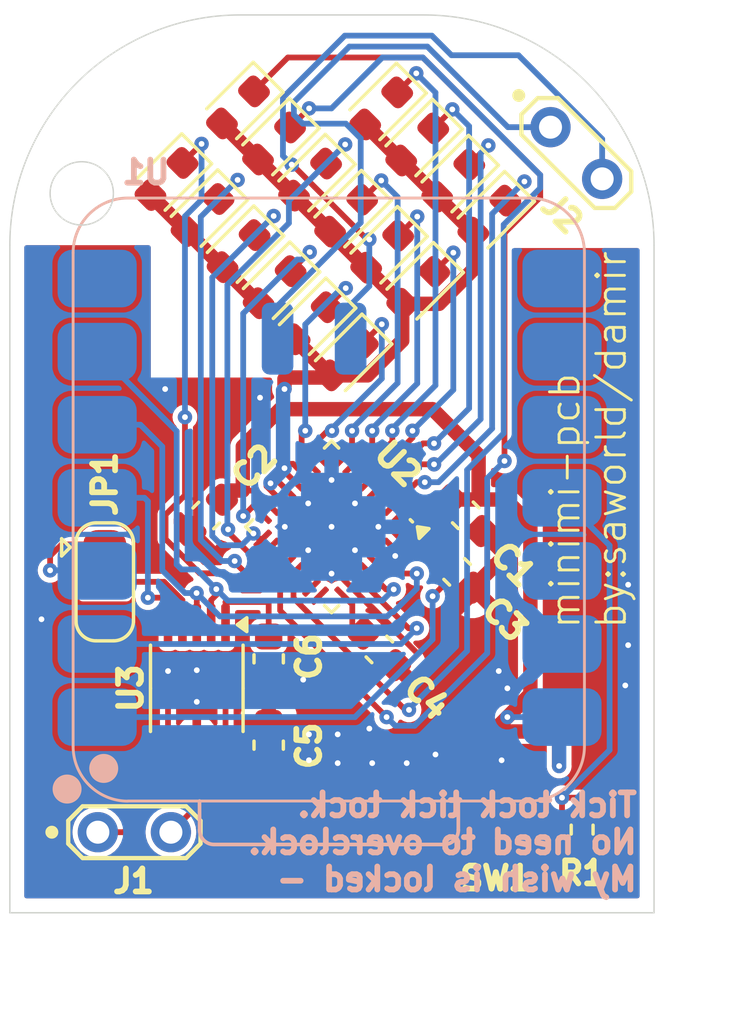
<source format=kicad_pcb>
(kicad_pcb (version 20240108) (generator "pcbnew") (generator_version "8.0")
  (layers (0 "F.Cu" power) (31 "B.Cu" power) (34 "B.Paste" user) (35 "F.Paste" user) (36 "B.SilkS" user "B.Silkscreen") (37 "F.SilkS" user "F.Silkscreen") (38 "B.Mask" user) (39 "F.Mask" user) (44 "Edge.Cuts" user))
  (net 0 "")
  (net 1 "GND")
  (net 2 "+5V")
  (net 3 "/LED-BLOCK/LED_EN")
  (net 4 "/LED-BLOCK/VCAP")
  (net 5 "/HB-MOTOR-BLOCK/REG")
  (net 6 "/LED-BLOCK/LEDS0")
  (net 7 "/LED-BLOCK/SW0")
  (net 8 "/LED-BLOCK/LEDS1")
  (net 9 "/LED-BLOCK/LEDS2")
  (net 10 "/LED-BLOCK/LEDS3")
  (net 11 "/LED-BLOCK/LEDS4")
  (net 12 "/LED-BLOCK/LEDS5")
  (net 13 "/LED-BLOCK/LEDS6")
  (net 14 "/LED-BLOCK/LEDS7")
  (net 15 "/LED-BLOCK/LEDS8")
  (net 16 "/LED-BLOCK/LEDS9")
  (net 17 "/LED-BLOCK/LEDS10")
  (net 18 "/LED-BLOCK/LEDS11")
  (net 19 "/LED-BLOCK/LEDS12")
  (net 20 "/LED-BLOCK/LEDS13")
  (net 21 "/LED-BLOCK/LEDS14")
  (net 22 "/LED-BLOCK/LEDS15")
  (net 23 "Net-(J1-Pin_2)")
  (net 24 "Net-(J1-Pin_1)")
  (net 25 "Net-(JP1-C)")
  (net 26 "/HB-MOTOR-BLOCK/IN{slash}TRIG")
  (net 30 "/LED-BLOCK/VSYNC")
  (net 31 "/HB-MOTOR-BLOCK/SDA")
  (net 32 "/HB-MOTOR-BLOCK/SCL")
  (net 34 "+3.3V")
  (net 35 "/HB-MOTOR-BLOCK/MOTOR_EN")
  (net 38 "Net-(U1-PA6_A10_D10_MOSI)")
  (net 40 "Net-(J2-Pin_1)")
  (net 41 "Net-(J2-Pin_2)")
  (footprint "Capacitor_SMD:C_0603_1608Metric" (layer "F.Cu") (at 139.448008 40.848008 -45)
    (property "Reference" "C4")
    (property "Value" "1uF 16V X7R")
  )
  (footprint "LED_SMD:LED_0603_1608Metric" (layer "F.Cu") (at 134.553153 27.006847 -135)
    (property "Reference" "D11" (hide yes))
    (property "Value" "LED")
  )
  (footprint "Capacitor_SMD:C_0603_1608Metric" (layer "F.Cu") (at 133.427513 36.194384 -135)
    (property "Reference" "C2")
    (property "Value" "1uF 16V X7R")
  )
  (footprint "Package_DFN_QFN:VQFN-32-1EP_4x4mm_P0.4mm_EP2.8x2.8mm_ThermalVias" (layer "F.Cu") (at 137.786827 36.586827 -135)
    (property "Reference" "U2")
    (property "Value" "LP5861")
  )
  (footprint "LED_SMD:LED_0603_1608Metric" (layer "F.Cu") (at 137.039794 24.5202 -135)
    (property "Reference" "D12" (hide yes))
    (property "Value" "LED")
  )
  (footprint "Capacitor_SMD:C_0603_1608Metric" (layer "F.Cu") (at 142.151992 38.153069 -45)
    (property "Reference" "C3")
    (property "Value" "1uF 16V X7R")
  )
  (footprint "LED_SMD:LED_0603_1608Metric" (layer "F.Cu") (at 140.765795 23.301263 -135)
    (property "Reference" "D3" (hide yes))
    (property "Value" "LED")
  )
  (footprint "Package_SO:VSSOP-10_3x3mm_P0.5mm" (layer "F.Cu") (at 133.099999 42.2 -90)
    (property "Reference" "U3")
    (property "Value" "DRV2605LDGS")
  )
  (footprint "LED_SMD:LED_0603_1608Metric" (layer "F.Cu") (at 138.313747 30.767441 -135)
    (property "Reference" "D8" (hide yes))
    (property "Value" "LED")
  )
  (footprint "LED_SMD:LED_0603_1608Metric" (layer "F.Cu") (at 140.800389 28.280791 -135)
    (property "Reference" "D4" (hide yes))
    (property "Value" "LED")
  )
  (footprint "LED_SMD:LED_0603_1608Metric" (layer "F.Cu") (at 137.060211 29.513904 -135)
    (property "Reference" "D9" (hide yes))
    (property "Value" "LED")
  )
  (footprint "LED_SMD:LED_0603_1608Metric" (layer "F.Cu") (at 134.532734 22.01314 -135)
    (property "Reference" "D15" (hide yes))
    (property "Value" "LED")
  )
  (footprint "LED_SMD:LED_0603_1608Metric" (layer "F.Cu") (at 138.293326 25.773732 -135)
    (property "Reference" "D7" (hide yes))
    (property "Value" "LED")
  )
  (footprint "LED_SMD:LED_0603_1608Metric" (layer "F.Cu") (at 133.299619 25.753313 -135)
    (property "Reference" "D13" (hide yes))
    (property "Value" "LED")
  )
  (footprint "LED_SMD:LED_0603_1608Metric" (layer "F.Cu") (at 132.046089 24.499785 -135)
    (property "Reference" "D14" (hide yes))
    (property "Value" "LED")
  )
  (footprint "LED_SMD:LED_0603_1608Metric" (layer "F.Cu") (at 139.512262 22.047734 -135)
    (property "Reference" "D5" (hide yes))
    (property "Value" "LED")
  )
  (footprint "LED_SMD:LED_0603_1608Metric" (layer "F.Cu") (at 139.546855 27.027262 -135)
    (property "Reference" "D6" (hide yes))
    (property "Value" "LED")
  )
  (footprint "Library:B3U1100PB" (layer "F.Cu") (at 143.5 47.3 180)
    (property "Reference" "SW1")
    (property "Value" "B3U-1100P-B")
  )
  (footprint "Jumper:SolderJumper-3_P1.3mm_Bridged12_RoundedPad1.0x1.5mm" (layer "F.Cu") (at 129.9 38.5 -90)
    (property "Reference" "JP1")
    (property "Value" "Jumper_3_Bridged12")
  )
  (footprint "Resistor_SMD:R_0402_1005Metric" (layer "F.Cu") (at 146.5 47.109999 -90)
    (property "Reference" "R1")
    (property "Value" "10K 1/16W 0402")
  )
  (footprint "TestPoint:TestPoint_2Pads_Pitch2.54mm_Drill0.8mm" (layer "F.Cu") (at 129.66 47.2)
    (property "Reference" "J1")
    (property "Value" "Conn_01x02")
  )
  (footprint "Capacitor_SMD:C_0603_1608Metric" (layer "F.Cu") (at 135.6 44.175 90)
    (property "Reference" "C5")
    (property "Value" "1uF 16V X7R")
  )
  (footprint "TestPoint:TestPoint_2Pads_Pitch2.54mm_Drill0.8mm" (layer "F.Cu") (at 147.196051 24.496051 135)
    (property "Reference" "J2")
    (property "Value" "Conn_01x02")
  )
  (footprint "Capacitor_SMD:C_0603_1608Metric" (layer "F.Cu") (at 135.6 41.175 -90)
    (property "Reference" "C6")
    (property "Value" "1uF 16V X7R")
  )
  (footprint "LED_SMD:LED_0603_1608Metric" (layer "F.Cu") (at 142.019328 24.554793 -135)
    (property "Reference" "D2" (hide yes))
    (property "Value" "LED")
  )
  (footprint "LED_SMD:LED_0603_1608Metric" (layer "F.Cu") (at 135.806681 28.260377 -135)
    (property "Reference" "D10" (hide yes))
    (property "Value" "LED")
  )
  (footprint "LED_SMD:LED_0603_1608Metric" (layer "F.Cu") (at 135.786262 23.266668 -135)
    (property "Reference" "D16" (hide yes))
    (property "Value" "LED")
  )
  (footprint "LED_SMD:LED_0603_1608Metric" (layer "F.Cu") (at 143.272856 25.808325 -135)
    (property "Reference" "D1" (hide yes))
    (property "Value" "LED")
  )
  (footprint "Capacitor_SMD:C_0603_1608Metric" (layer "F.Cu") (at 142.451992 36.187312 -45)
    (property "Reference" "C1")
    (property "Value" "1uF 16V X7R")
  )
  (footprint "OPL_Kicad_Library:XIAO-ESP32-C6-SMD" (layer "B.Cu") (at 137.9166 35.601501)
    (property "Reference" "U1")
    (property "Value" "Seeed Studio XIAO ESP32C6")
  )
  (gr_line (start 149 50) (end 149 26.8) (stroke (width 0.05)) (layer "Edge.Cuts"))
  (gr_line (start 126.6 50) (end 149 50) (stroke (width 0.05)) (layer "Edge.Cuts"))
  (gr_arc (start 126.6 26.8) (mid 128.943146 21.143146) (end 134.6 18.8) (stroke (width 0.05)) (layer "Edge.Cuts"))
  (gr_line (start 134.6 18.8) (end 141 18.8) (stroke (width 0.05)) (layer "Edge.Cuts"))
  (gr_circle (center 129.1 25) (end 129.1 23.9) (stroke (width 0.05)) (fill none) (layer "Edge.Cuts"))
  (gr_arc (start 141 18.8) (mid 146.656854 21.143146) (end 149 26.8) (stroke (width 0.05)) (layer "Edge.Cuts"))
  (gr_line (start 126.6 26.8) (end 126.6 50) (stroke (width 0.05)) (layer "Edge.Cuts"))
  (gr_text "Tick tock tick tock.\nNo need to overclock.\nMy wish is locked -" (at 148.5 49.3 0) (layer "B.SilkS") (effects (font (size 0.8 0.8) (thickness 0.2)) (justify left bottom mirror)))
  (gr_text "minimi-pcb\nby:saworld/damir" (at 148.1 40.2 90) (layer "F.SilkS") (effects (font (size 1 1) (thickness 0.1)) (justify left bottom)))
  (segment (start 134.037401 41.9) (end 135.55 41.9) (width 0.2) (layer "F.Cu") (net 1))
  (segment (start 141.25 40.55) (end 142.7 39.1) (width 0.2) (layer "F.Cu") (net 1))
  (segment (start 132 31.8) (end 132.462351 31.8) (width 0.2) (layer "F.Cu") (net 1))
  (segment (start 140.792893 41.007107) (end 141.25 40.55) (width 0.2) (layer "F.Cu") (net 1))
  (segment (start 129.9 39.8) (end 127.7 39.8) (width 0.2) (layer "F.Cu") (net 1))
  (segment (start 132.462351 31.8) (end 133.21863 32.556279) (width 0.2) (layer "F.Cu") (net 1))
  (segment (start 133.674909 32.1) (end 133.21863 32.556279) (width 0.2) (layer "F.Cu") (net 1))
  (segment (start 143.2 38.1) (end 143.2 36.93532) (width 0.2) (layer "F.Cu") (net 1))
  (segment (start 138.485095 38.699309) (end 137.998959 38.213173) (width 0.2) (layer "F.Cu") (net 1))
  (segment (start 139.996016 41.396016) (end 140.403984 41.396016) (width 0.2) (layer "F.Cu") (net 1))
  (segment (start 133.1 41.57) (end 133.707401 41.57) (width 0.2) (layer "F.Cu") (net 1))
  (segment (start 133.06863 36.553267) (end 132.879505 36.742392) (width 0.2) (layer "F.Cu") (net 1))
  (segment (start 138.485095 38.699309) (end 140.792893 41.007107) (width 0.2) (layer "F.Cu") (net 1))
  (segment (start 135.3 32.1) (end 133.674909 32.1) (width 0.2) (layer "F.Cu") (net 1))
  (segment (start 133.06863 33.145347) (end 133.06863 36.553267) (width 0.2) (layer "F.Cu") (net 1))
  (segment (start 133.21863 32.995347) (end 133.06863 33.145347) (width 0.2) (layer "F.Cu") (net 1))
  (segment (start 133.099999 42.670001) (end 133.1 42.67) (width 0.2) (layer "F.Cu") (net 1))
  (segment (start 142.7 38.701077) (end 142.7 38.6) (width 0.2) (layer "F.Cu") (net 1))
  (segment (start 133.099999 44.4) (end 133.099999 42.670001) (width 0.2) (layer "F.Cu") (net 1))
  (segment (start 143.2 36.93532) (end 143 36.73532) (width 0.2) (layer "F.Cu") (net 1))
  (segment (start 142.7 38.6) (end 143.2 38.1) (width 0.2) (layer "F.Cu") (net 1))
  (segment (start 137.998959 38.213173) (end 137.786827 38.213173) (width 0.2) (layer "F.Cu") (net 1))
  (segment (start 139.967938 37.567938) (end 139.616466 37.567938) (width 0.2) (layer "F.Cu") (net 1))
  (segment (start 142.7 39.1) (end 142.7 38.701077) (width 0.2) (layer "F.Cu") (net 1))
  (segment (start 133.707401 41.57) (end 134.037401 41.9) (width 0.2) (layer "F.Cu") (net 1))
  (segment (start 140.403984 41.396016) (end 141.25 40.55) (width 0.2) (layer "F.Cu") (net 1))
  (segment (start 133.21863 32.556279) (end 133.21863 32.995347) (width 0.2) (layer "F.Cu") (net 1))
  (segment (start 135.55 41.9) (end 135.6 41.95) (width 0.2) (layer "F.Cu") (net 1))
  (segment (start 140 37.6) (end 139.967938 37.567938) (width 0.2) (layer "F.Cu") (net 1))
  (via (at 141.4 44.5) (size 0.5) (drill 0.2) (layers "F.Cu" "B.Cu") (net 1))
  (via (at 143.9 42.2) (size 0.5) (drill 0.2) (layers "F.Cu" "B.Cu") (net 1))
  (via (at 133.1 42.67) (size 0.5) (drill 0.2) (layers "F.Cu" "B.Cu") (net 1))
  (via (at 132 31.8) (size 0.5) (drill 0.2) (layers "F.Cu" "B.Cu") (net 1))
  (via (at 148 42.1) (size 0.5) (drill 0.2) (layers "F.Cu" "B.Cu") (net 1))
  (via (at 138 44.8) (size 0.5) (drill 0.2) (layers "F.Cu" "B.Cu") (net 1))
  (via (at 132.1 41.6) (size 0.5) (drill 0.2) (layers "F.Cu" "B.Cu") (net 1))
  (via (at 137 44.7) (size 0.5) (drill 0.2) (layers "F.Cu" "B.Cu") (net 1))
  (via (at 138 43.8) (size 0.5) (drill 0.2) (layers "F.Cu" "B.Cu") (net 1))
  (via (at 137 43.8) (size 0.5) (drill 0.2) (layers "F.Cu" "B.Cu") (net 1))
  (via (at 143.7 44.7) (size 0.5) (drill 0.2) (layers "F.Cu" "B.Cu") (net 1))
  (via (at 140.4 44.8) (size 0.5) (drill 0.2) (layers "F.Cu" "B.Cu") (net 1))
  (via (at 143.6 41.6) (size 0.5) (drill 0.2) (layers "F.Cu" "B.Cu") (net 1))
  (via (at 136.8 41.9) (size 0.5) (drill 0.2) (layers "F.Cu" "B.Cu") (net 1))
  (via (at 139.1 43.6) (size 0.5) (drill 0.2) (layers "F.Cu" "B.Cu") (net 1))
  (via (at 148.1 40.7) (size 0.5) (drill 0.2) (layers "F.Cu" "B.Cu") (net 1))
  (via (at 133.1 41.57) (size 0.5) (drill 0.2) (layers "F.Cu" "B.Cu") (net 1))
  (via (at 135.3 32.1) (size 0.5) (drill 0.2) (layers "F.Cu" "B.Cu") (net 1))
  (via (at 127.7 39.8) (size 0.5) (drill 0.2) (layers "F.Cu" "B.Cu") (net 1))
  (via (at 148.1 38.6) (size 0.5) (drill 0.2) (layers "F.Cu" "B.Cu") (net 1))
  (via (at 139.2 44.8) (size 0.5) (drill 0.2) (layers "F.Cu" "B.Cu") (net 1))
  (via (at 140 37.6) (size 0.5) (drill 0.2) (layers "F.Cu" "B.Cu") (net 1))
  (segment (start 133.1 42.67) (end 133.1 41.57) (width 0.2) (layer "B.Cu") (net 1))
  (segment (start 145.7 43.7) (end 143.5 43.7) (width 0.5) (layer "F.Cu") (net 2))
  (segment (start 142.9 34.1) (end 141.3 32.5) (width 0.5) (layer "F.Cu") (net 2))
  (segment (start 136 32.5) (end 134.7 33.8) (width 0.5) (layer "F.Cu") (net 2))
  (segment (start 132.099999 44.4) (end 132.099999 42.500001) (width 0.2) (layer "F.Cu") (net 2))
  (segment (start 143.839304 35.639304) (end 142.9 35.639304) (width 0.5) (layer "F.Cu") (net 2))
  (segment (start 141.4 47) (end 141.7 47.3) (width 0.2) (layer "F.Cu") (net 2))
  (segment (start 141.1 45.7) (end 141.4 45.7) (width 0.5) (layer "F.Cu") (net 2))
  (segment (start 143.5 43.6) (end 143.9 43.2) (width 0.5) (layer "F.Cu") (net 2))
  (segment (start 144.7 42.4) (end 144.7 36.5) (width 0.5) (layer "F.Cu") (net 2))
  (segment (start 143.9 43.2) (end 144.7 42.4) (width 0.5) (layer "F.Cu") (net 2))
  (segment (start 141.7 47.3) (end 142.1 47.3) (width 0.2) (layer "F.Cu") (net 2))
  (segment (start 143.4 43.7) (end 143.5 43.7) (width 0.5) (layer "F.Cu") (net 2))
  (segment (start 132.099999 42.500001) (end 132.5 42.1) (width 0.2) (layer "F.Cu") (net 2))
  (segment (start 134.7 33.8) (end 134.7 35.328178) (width 0.5) (layer "F.Cu") (net 2))
  (segment (start 141.3 32.5) (end 136 32.5) (width 0.5) (layer "F.Cu") (net 2))
  (segment (start 145.7 44.9) (end 145.7 43.7) (width 0.5) (layer "F.Cu") (net 2))
  (segment (start 140.753553 35.6) (end 141.551756 35.6) (width 0.2) (layer "F.Cu") (net 2))
  (segment (start 141.4 45.7) (end 143.4 43.7) (width 0.5) (layer "F.Cu") (net 2))
  (segment (start 135.113963 35.328178) (end 134.7 35.328178) (width 0.2) (layer "F.Cu") (net 2))
  (segment (start 134.7 35.328178) (end 134.293719 35.328178) (width 0.5) (layer "F.Cu") (net 2))
  (segment (start 144.7 36.5) (end 143.839304 35.639304) (width 0.5) (layer "F.Cu") (net 2))
  (segment (start 141.4 45.7) (end 141.4 47) (width 0.2) (layer "F.Cu") (net 2))
  (segment (start 134.099999 42.499999) (end 134.099999 44.4) (width 0.2) (layer "F.Cu") (net 2))
  (segment (start 132.5 42.1) (end 133.7 42.1) (width 0.2) (layer "F.Cu") (net 2))
  (segment (start 140.182151 36.171402) (end 140.753553 35.6) (width 0.2) (layer "F.Cu") (net 2))
  (segment (start 134.099999 45.499999) (end 134.099999 44.4) (width 0.3) (layer "F.Cu") (net 2))
  (segment (start 142.9 35.639304) (end 142.9 34.1) (width 0.5) (layer "F.Cu") (net 2))
  (segment (start 135.6 45.6) (end 135.6 45.4) (width 0.5) (layer "F.Cu") (net 2))
  (segment (start 141.551756 35.6) (end 141.591061 35.639305) (width 0.2) (layer "F.Cu") (net 2))
  (segment (start 143.5 43.7) (end 143.5 43.6) (width 0.5) (layer "F.Cu") (net 2))
  (segment (start 134.293719 35.328178) (end 133.975521 35.646376) (width 0.5) (layer "F.Cu") (net 2))
  (segment (start 142.9 35.639304) (end 141.903984 35.639304) (width 0.5) (layer "F.Cu") (net 2))
  (segment (start 135.7 45.7) (end 141.1 45.7) (width 0.5) (layer "F.Cu") (net 2))
  (segment (start 135.6 44.95) (end 135.6 45.4) (width 0.2) (layer "F.Cu") (net 2))
  (segment (start 135.674345 35.88856) (end 135.113963 35.328178) (width 0.2) (layer "F.Cu") (net 2))
  (segment (start 133.7 42.1) (end 134.099999 42.499999) (width 0.2) (layer "F.Cu") (net 2))
  (segment (start 135.7 45.7) (end 134.3 45.7) (width 0.3) (layer "F.Cu") (net 2))
  (segment (start 134.3 45.7) (end 134.099999 45.499999) (width 0.3) (layer "F.Cu") (net 2))
  (via (at 143.9 43.2) (size 0.5) (drill 0.2) (layers "F.Cu" "B.Cu") (net 2))
  (via (at 145.7 44.9) (size 0.5) (drill 0.2) (layers "F.Cu" "B.Cu") (net 2))
  (segment (start 145.8 43.2) (end 143.9 43.2) (width 0.2) (layer "B.Cu") (net 2))
  (segment (start 145.7 43.3) (end 145.8 43.2) (width 0.5) (layer "B.Cu") (net 2))
  (segment (start 145.7 44.9) (end 145.7 43.3) (width 0.5) (layer "B.Cu") (net 2))
  (segment (start 141.603984 38.696016) (end 141.603984 37.716979) (width 0.2) (layer "F.Cu") (net 3))
  (segment (start 141.603984 37.716979) (end 141.492066 37.605061) (width 0.2) (layer "F.Cu") (net 3))
  (segment (start 141.187004 37.3) (end 141.492066 37.605062) (width 0.2) (layer "F.Cu") (net 3))
  (segment (start 140.479897 37.3) (end 141.187004 37.3) (width 0.2) (layer "F.Cu") (net 3))
  (segment (start 141.3 39) (end 141.603984 38.696016) (width 0.2) (layer "F.Cu") (net 3))
  (segment (start 140.182151 37.002254) (end 140.479897 37.3) (width 0.2) (layer "F.Cu") (net 3))
  (via (at 141.3 39) (size 0.5) (drill 0.2) (layers "F.Cu" "B.Cu") (net 3))
  (segment (start 141.3 40.5) (end 138.6 43.2) (width 0.2) (layer "B.Cu") (net 3))
  (segment (start 138.6 43.2) (end 129.635 43.2) (width 0.2) (layer "B.Cu") (net 3))
  (segment (start 141.3 39) (end 141.3 40.5) (width 0.2) (layer "B.Cu") (net 3))
  (segment (start 138.202252 38.982153) (end 138.508075 39.287976) (width 0.2) (layer "F.Cu") (net 4))
  (segment (start 138.508075 39.995082) (end 138.797989 40.284996) (width 0.2) (layer "F.Cu") (net 4))
  (segment (start 138.508075 39.287976) (end 138.508075 39.995082) (width 0.2) (layer "F.Cu") (net 4))
  (segment (start 134.099999 39.200001) (end 134.1 39.2) (width 0.2) (layer "F.Cu") (net 5))
  (segment (start 135.6 39.2) (end 135.6 40.4) (width 0.2) (layer "F.Cu") (net 5))
  (segment (start 134.1 39.2) (end 135.6 39.2) (width 0.2) (layer "F.Cu") (net 5))
  (segment (start 134.099999 40) (end 134.099999 39.200001) (width 0.2) (layer "F.Cu") (net 5))
  (segment (start 135.6 40.4) (end 135.5 40.5) (width 0.2) (layer "F.Cu") (net 5))
  (segment (start 141.028786 35.037725) (end 140.750143 35.037725) (width 0.2) (layer "F.Cu") (net 6))
  (segment (start 144.492614 24.588567) (end 143.829703 25.251478) (width 0.2) (layer "F.Cu") (net 6))
  (segment (start 140.750143 35.037725) (end 139.899309 35.888559) (width 0.2) (layer "F.Cu") (net 6))
  (via (at 144.492614 24.588567) (size 0.5) (drill 0.2) (layers "F.Cu" "B.Cu") (net 6))
  (via (at 141.028786 35.037725) (size 0.5) (drill 0.2) (layers "F.Cu" "B.Cu") (net 6))
  (segment (start 141.505867 35.037725) (end 143.370147 33.173445) (width 0.2) (layer "B.Cu") (net 6))
  (segment (start 143.370147 25.711034) (end 144.492614 24.588567) (width 0.2) (layer "B.Cu") (net 6))
  (segment (start 141.028786 35.037725) (end 141.505867 35.037725) (width 0.2) (layer "B.Cu") (net 6))
  (segment (start 143.370147 33.173445) (end 143.370147 25.711034) (width 0.2) (layer "B.Cu") (net 6))
  (segment (start 136.448528 34.4) (end 136.2 34.4) (width 0.2) (layer "F.Cu") (net 7))
  (segment (start 138.990008 27.584108) (end 137.736479 26.330579) (width 0.5) (layer "F.Cu") (net 7))
  (segment (start 135.249834 28.817222) (end 133.996306 27.563694) (width 0.5) (layer "F.Cu") (net 7))
  (segment (start 136.15 31.8) (end 136.15 31.45) (width 0.5) (layer "F.Cu") (net 7))
  (segment (start 136.503361 30.070751) (end 135.249834 28.817224) (width 0.5) (layer "F.Cu") (net 7))
  (segment (start 132.74277 26.31016) (end 131.489242 25.056632) (width 0.5) (layer "F.Cu") (net 7))
  (segment (start 137.7569 31.324288) (end 139.036764 31.324288) (width 0.5) (layer "F.Cu") (net 7))
  (segment (start 135.229415 23.823515) (end 133.975887 22.569987) (width 0.5) (layer "F.Cu") (net 7))
  (segment (start 140.243542 28.837638) (end 141.523406 28.837638) (width 0.5) (layer "F.Cu") (net 7))
  (segment (start 140.208948 23.85811) (end 140.208944 23.85811) (width 0.5) (layer "F.Cu") (net 7))
  (segment (start 141.523406 28.837638) (end 142.716009 27.645035) (width 0.5) (layer "F.Cu") (net 7))
  (segment (start 135.525735 35.174264) (end 135.563964 35.174264) (width 0.2) (layer "F.Cu") (net 7))
  (segment (start 136.805716 34.757188) (end 136.448528 34.4) (width 0.2) (layer "F.Cu") (net 7))
  (segment (start 138.990008 27.584109) (end 138.990008 27.584108) (width 0.5) (layer "F.Cu") (net 7))
  (segment (start 136.522874 35.040031) (end 136.05 34.567157) (width 0.2) (layer "F.Cu") (net 7))
  (segment (start 137.7569 31.324288) (end 137.7569 31.324287) (width 0.5) (layer "F.Cu") (net 7))
  (segment (start 140.243542 28.837638) (end 140.243537 28.837638) (width 0.5) (layer "F.Cu") (net 7))
  (segment (start 142.716009 26.365172) (end 142.716009 26.365171) (width 0.5) (layer "F.Cu") (net 7))
  (segment (start 137.681188 31.4) (end 137.7569 31.324288) (width 0.5) (layer "F.Cu") (net 7))
  (segment (start 133.996306 27.563694) (end 132.742772 26.31016) (width 0.5) (layer "F.Cu") (net 7))
  (segment (start 136.2 31.4) (end 137.681188 31.4) (width 0.5) (layer "F.Cu") (net 7))
  (segment (start 135.525735 35.174264) (end 135.957187 35.605716) (width 0.2) (layer "F.Cu") (net 7))
  (segment (start 136.482947 25.077047) (end 135.229415 23.823515) (width 0.5) (layer "F.Cu") (net 7))
  (segment (start 135.525735 35.074265) (end 135.525735 35.174264) (width 0.2) (layer "F.Cu") (net 7))
  (segment (start 140.208944 23.85811) (end 138.955415 22.604581) (width 0.5) (layer "F.Cu") (net 7))
  (segment (start 137.736479 26.330579) (end 136.482947 25.077047) (width 0.5) (layer "F.Cu") (net 7))
  (segment (start 136.15 31.45) (end 136.2 31.4) (width 0.5) (layer "F.Cu") (net 7))
  (segment (start 136.2 34.4) (end 136.05 34.55) (width 0.2) (layer "F.Cu") (net 7))
  (segment (start 135.563964 35.174264) (end 135.663963 35.074265) (width 0.2) (layer "F.Cu") (net 7))
  (segment (start 137.7569 31.324287) (end 136.503364 30.070751) (width 0.5) (layer "F.Cu") (net 7))
  (segment (start 140.243542 30.11751) (end 140.243542 28.837638) (width 0.5) (layer "F.Cu") (net 7))
  (segment (start 136.05 34.567157) (end 136.05 34.55) (width 0.2) (layer "F.Cu") (net 7))
  (segment (start 142.716009 27.645035) (end 142.716009 26.365172) (width 0.5) (layer "F.Cu") (net 7))
  (segment (start 136.503364 30.070751) (end 136.503361 30.070751) (width 0.5) (layer "F.Cu") (net 7))
  (segment (start 139.036764 31.324288) (end 140.243542 30.11751) (width 0.5) (layer "F.Cu") (net 7))
  (segment (start 142.716009 26.365171) (end 140.208948 23.85811) (width 0.5) (layer "F.Cu") (net 7))
  (segment (start 136.240031 35.322874) (end 135.767157 34.85) (width 0.2) (layer "F.Cu") (net 7))
  (segment (start 135.957187 35.605716) (end 135.957188 35.605716) (width 0.2) (layer "F.Cu") (net 7))
  (segment (start 140.243537 28.837638) (end 138.990008 27.584109) (width 0.5) (layer "F.Cu") (net 7))
  (segment (start 135.75 34.85) (end 135.525735 35.074265) (width 0.2) (layer "F.Cu") (net 7))
  (segment (start 135.767157 34.85) (end 135.75 34.85) (width 0.2) (layer "F.Cu") (net 7))
  (segment (start 135.249834 28.817224) (end 135.249834 28.817222) (width 0.5) (layer "F.Cu") (net 7))
  (segment (start 132.742772 26.31016) (end 132.74277 26.31016) (width 0.5) (layer "F.Cu") (net 7))
  (via (at 135.663963 35.074265) (size 0.5) (drill 0.2) (layers "F.Cu" "B.Cu") (net 7))
  (via (at 136.15 34.55) (size 0.5) (drill 0.2) (layers "F.Cu" "B.Cu") (net 7))
  (via (at 136.15 31.8) (size 0.5) (drill 0.2) (layers "F.Cu" "B.Cu") (net 7))
  (segment (start 135.663963 35.074265) (end 135.663963 35.036037) (width 0.2) (layer "B.Cu") (net 7))
  (segment (start 136.15 31.8) (end 136.1 31.85) (width 0.5) (layer "B.Cu") (net 7))
  (segment (start 135.663963 35.036037) (end 136.15 34.55) (width 0.5) (layer "B.Cu") (net 7))
  (segment (start 136.1 34.5) (end 136.15 34.55) (width 0.3) (layer "B.Cu") (net 7))
  (segment (start 136.1 31.85) (end 136.1 34.5) (width 0.5) (layer "B.Cu") (net 7))
  (segment (start 140.806408 34.415774) (end 139.616466 35.605716) (width 0.2) (layer "F.Cu") (net 8))
  (segment (start 139.616466 35.605716) (end 139.811091 35.411091) (width 0.2) (layer "F.Cu") (net 8))
  (segment (start 142.576175 23.997946) (end 143.239084 23.335037) (width 0.2) (layer "F.Cu") (net 8))
  (segment (start 141.35 34.415774) (end 140.806408 34.415774) (width 0.2) (layer "F.Cu") (net 8))
  (via (at 141.35 34.415774) (size 0.5) (drill 0.2) (layers "F.Cu" "B.Cu") (net 8))
  (via (at 143.239084 23.335037) (size 0.5) (drill 0.2) (layers "F.Cu" "B.Cu") (net 8))
  (segment (start 141.400953 34.415774) (end 142.970147 32.84658) (width 0.2) (layer "B.Cu") (net 8))
  (segment (start 142.970147 23.603974) (end 143.239084 23.335037) (width 0.2) (layer "B.Cu") (net 8))
  (segment (start 142.970147 32.84658) (end 142.970147 23.603974) (width 0.2) (layer "B.Cu") (net 8))
  (segment (start 141.35 34.415774) (end 141.400953 34.415774) (width 0.2) (layer "B.Cu") (net 8))
  (segment (start 140.328248 34.328248) (end 140.49106 34.165436) (width 0.2) (layer "F.Cu") (net 9))
  (segment (start 141.985553 22.081506) (end 141.322642 22.744416) (width 0.2) (layer "F.Cu") (net 9))
  (segment (start 140.328248 34.328248) (end 139.333623 35.322874) (width 0.2) (layer "F.Cu") (net 9))
  (segment (start 140.967588 33.688909) (end 140.491061 34.165436) (width 0.2) (layer "F.Cu") (net 9))
  (segment (start 140.49106 34.165436) (end 140.491061 34.165436) (width 0.2) (layer "F.Cu") (net 9))
  (segment (start 140.491061 34.165436) (end 140.328248 34.328248) (width 0.2) (layer "F.Cu") (net 9))
  (segment (start 141.35 33.688909) (end 140.967588 33.688909) (width 0.2) (layer "F.Cu") (net 9))
  (via (at 141.35 33.688909) (size 0.5) (drill 0.2) (layers "F.Cu" "B.Cu") (net 9))
  (via (at 141.985553 22.081506) (size 0.5) (drill 0.2) (layers "F.Cu" "B.Cu") (net 9))
  (segment (start 142.570147 32.468762) (end 141.35 33.688909) (width 0.2) (layer "B.Cu") (net 9))
  (segment (start 141.985553 22.081506) (end 142.570147 22.6661) (width 0.2) (layer "B.Cu") (net 9))
  (segment (start 142.570147 22.6661) (end 142.570147 32.468762) (width 0.2) (layer "B.Cu") (net 9))
  (segment (start 140.6 33.490811) (end 139.05078 35.040031) (width 0.2) (layer "F.Cu") (net 10))
  (segment (start 142.020147 27.061034) (end 141.357237 27.723944) (width 0.2) (layer "F.Cu") (net 10))
  (segment (start 140.6 33.25) (end 140.6 33.490811) (width 0.2) (layer "F.Cu") (net 10))
  (via (at 142.020147 27.061034) (size 0.5) (drill 0.2) (layers "F.Cu" "B.Cu") (net 10))
  (via (at 140.6 33.25) (size 0.5) (drill 0.2) (layers "F.Cu" "B.Cu") (net 10))
  (segment (start 140.6 33.25) (end 142.020147 31.829853) (width 0.2) (layer "B.Cu") (net 10))
  (segment (start 142.020147 31.829853) (end 142.020147 27.061034) (width 0.2) (layer "B.Cu") (net 10))
  (segment (start 139.5 34.025126) (end 138.767938 34.757188) (width 0.2) (layer "F.Cu") (net 11))
  (segment (start 140.732021 20.827974) (end 140.069109 21.490887) (width 0.2) (layer "F.Cu") (net 11))
  (segment (start 139.899997 33.625128) (end 139.5 34.025126) (width 0.2) (layer "F.Cu") (net 11))
  (segment (start 139.899997 33.25) (end 139.899997 33.625128) (width 0.2) (layer "F.Cu") (net 11))
  (via (at 140.732021 20.827974) (size 0.5) (drill 0.2) (layers "F.Cu" "B.Cu") (net 11))
  (via (at 139.899997 33.25) (size 0.5) (drill 0.2) (layers "F.Cu" "B.Cu") (net 11))
  (segment (start 141.4 31.672182) (end 139.899997 33.172185) (width 0.2) (layer "B.Cu") (net 11))
  (segment (start 139.899997 33.172185) (end 139.899997 33.25) (width 0.2) (layer "B.Cu") (net 11))
  (segment (start 141.4 21.495953) (end 141.4 31.672182) (width 0.2) (layer "B.Cu") (net 11))
  (segment (start 140.732021 20.827974) (end 141.4 21.495953) (width 0.2) (layer "B.Cu") (net 11))
  (segment (start 139.199994 33.759446) (end 138.485095 34.474345) (width 0.2) (layer "F.Cu") (net 12))
  (segment (start 140.766615 25.807502) (end 140.103702 26.470415) (width 0.2) (layer "F.Cu") (net 12))
  (segment (start 139.199994 33.25) (end 139.199994 33.759446) (width 0.2) (layer "F.Cu") (net 12))
  (via (at 139.199994 33.25) (size 0.5) (drill 0.2) (layers "F.Cu" "B.Cu") (net 12))
  (via (at 140.766615 25.807502) (size 0.5) (drill 0.2) (layers "F.Cu" "B.Cu") (net 12))
  (segment (start 139.199994 33.25) (end 139.199994 33.172185) (width 0.2) (layer "B.Cu") (net 12))
  (segment (start 139.199994 33.172185) (end 140.766615 31.605564) (width 0.2) (layer "B.Cu") (net 12))
  (segment (start 140.766615 31.605564) (end 140.766615 25.807502) (width 0.2) (layer "B.Cu") (net 12))
  (segment (start 138.202252 34.191503) (end 138.499991 33.893764) (width 0.2) (layer "F.Cu") (net 13))
  (segment (start 138.499991 33.893764) (end 138.499991 33.25) (width 0.2) (layer "F.Cu") (net 13))
  (segment (start 139.513085 24.553973) (end 138.850173 25.216885) (width 0.2) (layer "F.Cu") (net 13))
  (via (at 139.513085 24.553973) (size 0.5) (drill 0.2) (layers "F.Cu" "B.Cu") (net 13))
  (via (at 138.499991 33.25) (size 0.5) (drill 0.2) (layers "F.Cu" "B.Cu") (net 13))
  (segment (start 140.083506 25.124394) (end 139.513085 24.553973) (width 0.2) (layer "B.Cu") (net 13))
  (segment (start 138.499991 33.25) (end 138.499991 33.172185) (width 0.2) (layer "B.Cu") (net 13))
  (segment (start 140.083506 31.58867) (end 140.083506 25.124394) (width 0.2) (layer "B.Cu") (net 13))
  (segment (start 138.499991 33.172185) (end 140.083506 31.58867) (width 0.2) (layer "B.Cu") (net 13))
  (segment (start 137.65 33.25) (end 137.146419 33.753581) (width 0.2) (layer "F.Cu") (net 14))
  (segment (start 137.799988 33.25) (end 137.65 33.25) (width 0.2) (layer "F.Cu") (net 14))
  (segment (start 137.146419 33.753581) (end 137.146419 33.96652) (width 0.2) (layer "F.Cu") (net 14))
  (segment (start 139.533506 29.547682) (end 138.870594 30.210594) (width 0.2) (layer "F.Cu") (net 14))
  (segment (start 137.146419 33.96652) (end 137.371402 34.191503) (width 0.2) (layer "F.Cu") (net 14))
  (via (at 137.799988 33.25) (size 0.5) (drill 0.2) (layers "F.Cu" "B.Cu") (net 14))
  (via (at 139.533506 29.547682) (size 0.5) (drill 0.2) (layers "F.Cu" "B.Cu") (net 14))
  (segment (start 139.533506 31.438667) (end 139.533506 29.547682) (width 0.2) (layer "B.Cu") (net 14))
  (segment (start 137.799988 33.172185) (end 139.533506 31.438667) (width 0.2) (layer "B.Cu") (net 14))
  (segment (start 137.799988 33.25) (end 137.799988 33.172185) (width 0.2) (layer "B.Cu") (net 14))
  (segment (start 137.088559 34.474345) (end 137.107107 34.492893) (width 0.2) (layer "F.Cu") (net 15))
  (segment (start 136.872183 33.25) (end 136.746419 33.375764) (width 0.2) (layer "F.Cu") (net 15))
  (segment (start 136.746419 34.132206) (end 136.971402 34.357189) (width 0.2) (layer "F.Cu") (net 15))
  (segment (start 136.746419 33.375764) (end 136.746419 34.132206) (width 0.2) (layer "F.Cu") (net 15))
  (segment (start 136.971402 34.357189) (end 137.088559 34.474345) (width 0.2) (layer "F.Cu") (net 15))
  (segment (start 138.279968 28.294147) (end 137.617058 28.957057) (width 0.2) (layer "F.Cu") (net 15))
  (via (at 138.279968 28.294147) (size 0.5) (drill 0.2) (layers "F.Cu" "B.Cu") (net 15))
  (via (at 136.872183 33.25) (size 0.5) (drill 0.2) (layers "F.Cu" "B.Cu") (net 15))
  (segment (start 136.872183 29.553926) (end 138.131962 28.294147) (width 0.2) (layer "B.Cu") (net 15))
  (segment (start 138.131962 28.294147) (end 138.279968 28.294147) (width 0.2) (layer "B.Cu") (net 15))
  (segment (start 136.872183 33.25) (end 136.872183 29.553926) (width 0.2) (layer "B.Cu") (net 15))
  (segment (start 137.026441 27.040617) (end 136.363528 27.70353) (width 0.2) (layer "F.Cu") (net 16))
  (segment (start 135.075074 35.854973) (end 135.391503 36.171402) (width 0.2) (layer "F.Cu") (net 16))
  (segment (start 134.71442 36.215626) (end 135.075074 35.854973) (width 0.2) (layer "F.Cu") (net 16))
  (via (at 134.71442 36.215626) (size 0.5) (drill 0.2) (layers "F.Cu" "B.Cu") (net 16))
  (via (at 137.026441 27.040617) (size 0.5) (drill 0.2) (layers "F.Cu" "B.Cu") (net 16))
  (segment (start 136.586109 27.3) (end 134.71442 29.171689) (width 0.2) (layer "B.Cu") (net 16))
  (segment (start 136.767058 27.3) (end 136.586109 27.3) (width 0.2) (layer "B.Cu") (net 16))
  (segment (start 137.026441 27.040617) (end 136.767058 27.3) (width 0.2) (layer "B.Cu") (net 16))
  (segment (start 134.71442 36.215626) (end 134.784374 36.215626) (width 0.2) (layer "B.Cu") (net 16))
  (segment (start 134.784374 36.215626) (end 134.8 36.2) (width 0.2) (layer "B.Cu") (net 16))
  (segment (start 134.71442 29.171689) (end 134.71442 36.215626) (width 0.2) (layer "B.Cu") (net 16))
  (segment (start 135.391503 37.002252) (end 135.253566 37.002252) (width 0.2) (layer "F.Cu") (net 17))
  (segment (start 135.11 26.45) (end 135.772912 25.787088) (width 0.2) (layer "F.Cu") (net 17))
  (segment (start 135.253566 37.002252) (end 135.06994 36.818626) (width 0.2) (layer "F.Cu") (net 17))
  (via (at 135.06994 36.818626) (size 0.5) (drill 0.2) (layers "F.Cu" "B.Cu") (net 17))
  (via (at 135.772912 25.787088) (size 0.5) (drill 0.2) (layers "F.Cu" "B.Cu") (net 17))
  (segment (start 133.960811 37.227738) (end 133.638629 36.905556) (width 0.2) (layer "B.Cu") (net 17))
  (segment (start 134.660828 37.227738) (end 133.960811 37.227738) (width 0.2) (layer "B.Cu") (net 17))
  (segment (start 135.06994 36.818626) (end 134.660828 37.227738) (width 0.2) (layer "B.Cu") (net 17))
  (segment (start 133.638629 36.905556) (end 133.638629 27.921371) (width 0.2) (layer "B.Cu") (net 17))
  (segment (start 133.638629 27.921371) (end 135.772912 25.787088) (width 0.2) (layer "B.Cu") (net 17))
  (segment (start 134.188629 36.77165) (end 135.044214 37.627235) (width 0.2) (layer "F.Cu") (net 18))
  (segment (start 135.332206 37.627235) (end 135.674345 37.285095) (width 0.2) (layer "F.Cu") (net 18))
  (segment (start 134.188629 36.677738) (end 134.188629 36.77165) (width 0.2) (layer "F.Cu") (net 18))
  (segment (start 138.259553 23.300441) (end 137.596641 23.963353) (width 0.2) (layer "F.Cu") (net 18))
  (segment (start 135.044214 37.627235) (end 135.332206 37.627235) (width 0.2) (layer "F.Cu") (net 18))
  (via (at 134.188629 36.677738) (size 0.5) (drill 0.2) (layers "F.Cu" "B.Cu") (net 18))
  (via (at 138.259553 23.300441) (size 0.5) (drill 0.2) (layers "F.Cu" "B.Cu") (net 18))
  (segment (start 134.16442 36.653529) (end 134.16442 28.173398) (width 0.2) (layer "B.Cu") (net 18))
  (segment (start 134.188629 36.677738) (end 134.16442 36.653529) (width 0.2) (layer "B.Cu") (net 18))
  (segment (start 134.16442 28.173398) (end 136.302912 26.034906) (width 0.2) (layer "B.Cu") (net 18))
  (segment (start 136.302912 25.257082) (end 138.259553 23.300441) (width 0.2) (layer "B.Cu") (net 18))
  (segment (start 136.302912 26.034906) (end 136.302912 25.257082) (width 0.2) (layer "B.Cu") (net 18))
  (segment (start 134.519376 24.533555) (end 133.856466 25.196466) (width 0.2) (layer "F.Cu") (net 19))
  (segment (start 135.02 38.42) (end 135.105126 38.42) (width 0.2) (layer "F.Cu") (net 19))
  (segment (start 134.417374 37.817374) (end 135.02 38.42) (width 0.2) (layer "F.Cu") (net 19))
  (segment (start 135.105126 38.42) (end 135.957188 37.567938) (width 0.2) (layer "F.Cu") (net 19))
  (segment (start 134.417374 37.776383) (end 134.417374 37.817374) (width 0.2) (layer "F.Cu") (net 19))
  (via (at 134.417374 37.776383) (size 0.5) (drill 0.2) (layers "F.Cu" "B.Cu") (net 19))
  (via (at 134.519376 24.533555) (size 0.5) (drill 0.2) (layers "F.Cu" "B.Cu") (net 19))
  (segment (start 133.238629 25.814302) (end 134.519376 24.533555) (width 0.2) (layer "B.Cu") (net 19))
  (segment (start 133.972054 37.776383) (end 133.238629 37.042958) (width 0.2) (layer "B.Cu") (net 19))
  (segment (start 133.238629 37.042958) (end 133.238629 25.814302) (width 0.2) (layer "B.Cu") (net 19))
  (segment (start 134.417374 37.776383) (end 133.972054 37.776383) (width 0.2) (layer "B.Cu") (net 19))
  (segment (start 132.68863 35.490857) (end 132.014221 36.165266) (width 0.2) (layer "F.Cu") (net 20))
  (segment (start 132.602937 23.942937) (end 132.602937 23.942938) (width 0.2) (layer "F.Cu") (net 20))
  (segment (start 135.290811 38.8) (end 136.240031 37.85078) (width 0.2) (layer "F.Cu") (net 20))
  (segment (start 132.68863 32.775813) (end 132.68863 35.490857) (width 0.2) (layer "F.Cu") (net 20))
  (segment (start 132.014221 37.014221) (end 133.203302 38.203302) (width 0.2) (layer "F.Cu") (net 20))
  (segment (start 132.014221 36.165266) (end 132.014221 37.014221) (width 0.2) (layer "F.Cu") (net 20))
  (segment (start 133.265847 23.280026) (end 132.602937 23.942937) (width 0.2) (layer "F.Cu") (net 20))
  (segment (start 134.7 38.8) (end 135.290811 38.8) (width 0.2) (layer "F.Cu") (net 20))
  (segment (start 134.103302 38.203302) (end 134.7 38.8) (width 0.2) (layer "F.Cu") (net 20))
  (segment (start 133.203302 38.203302) (end 134.103302 38.203302) (width 0.2) (layer "F.Cu") (net 20))
  (via (at 132.68863 32.775813) (size 0.5) (drill 0.2) (layers "F.Cu" "B.Cu") (net 20))
  (via (at 133.265847 23.280026) (size 0.5) (drill 0.2) (layers "F.Cu" "B.Cu") (net 20))
  (segment (start 132.68863 25.798615) (end 132.68863 32.775813) (width 0.2) (layer "B.Cu") (net 20))
  (segment (start 133.265847 23.280026) (end 133.265847 25.221398) (width 0.2) (layer "B.Cu") (net 20))
  (segment (start 133.265847 25.221398) (end 132.68863 25.798615) (width 0.2) (layer "B.Cu") (net 20))
  (segment (start 135.584988 21.050138) (end 135.540362 21.005513) (width 0) (layer "F.Cu") (net 21))
  (segment (start 136 38.656497) (end 136.522874 38.133623) (width 0.2) (layer "F.Cu") (net 21))
  (segment (start 136 39.5) (end 136 38.656497) (width 0.2) (layer "F.Cu") (net 21))
  (segment (start 135.584988 20.960887) (end 135.584988 21.050138) (width 0) (layer "F.Cu") (net 21))
  (segment (start 143.8 34.3) (end 143.8 26.377197) (width 0.2) (layer "F.Cu") (net 21))
  (segment (start 135.752493 20.793381) (end 135.584988 20.960887) (width 0) (layer "F.Cu") (net 21))
  (segment (start 140.959839 20.277974) (end 136.2679 20.277974) (width 0.2) (layer "F.Cu") (net 21))
  (segment (start 145.042614 25.134583) (end 145.042614 24.360749) (width 0.2) (layer "F.Cu") (net 21))
  (segment (start 139.700003 43.200003) (end 136 39.5) (width 0.2) (layer "F.Cu") (net 21))
  (segment (start 145.042614 24.360749) (end 140.959839 20.277974) (width 0.2) (layer "F.Cu") (net 21))
  (segment (start 136.2679 20.277974) (end 135.752493 20.793381) (width 0.2) (layer "F.Cu") (net 21))
  (segment (start 143.8 26.377197) (end 145.042614 25.134583) (width 0.2) (layer "F.Cu") (net 21))
  (segment (start 135.752493 20.793381) (end 135.089582 21.456293) (width 0.2) (layer "F.Cu") (net 21))
  (via (at 143.8 34.3) (size 0.5) (drill 0.2) (layers "F.Cu" "B.Cu") (net 21))
  (via (at 139.700003 43.200003) (size 0.5) (drill 0.2) (layers "F.Cu" "B.Cu") (net 21))
  (segment (start 143.2 34.9) (end 143.8 34.3) (width 0.2) (layer "B.Cu") (net 21))
  (segment (start 140.677818 43.5) (end 143.2 40.977818) (width 0.2) (layer "B.Cu") (net 21))
  (segment (start 140 43.5) (end 140.677818 43.5) (width 0.2) (layer "B.Cu") (net 21))
  (segment (start 139.700003 43.200003) (end 140 43.5) (width 0.2) (layer "B.Cu") (net 21))
  (segment (start 143.2 40.977818) (end 143.2 34.9) (width 0.2) (layer "B.Cu") (net 21))
  (segment (start 140.479142 42.949142) (end 140.349142 42.949142) (width 0.2) (layer "F.Cu") (net 22))
  (segment (start 137.006021 22.046909) (end 136.343109 22.709821) (width 0.2) (layer "F.Cu") (net 22))
  (segment (start 136.463576 39.063576) (end 136.463576 38.758606) (width 0.2) (layer "F.Cu") (net 22))
  (segment (start 136.463576 38.758606) (end 136.805716 38.416466) (width 0.2) (layer "F.Cu") (net 22))
  (segment (start 140.349142 42.949142) (end 136.463576 39.063576) (width 0.2) (layer "F.Cu") (net 22))
  (via (at 140.479142 42.949142) (size 0.5) (drill 0.2) (layers "F.Cu" "B.Cu") (net 22))
  (via (at 137.006021 22.046909) (size 0.5) (drill 0.2) (layers "F.Cu" "B.Cu") (net 22))
  (segment (start 143.770147 33.339131) (end 143.770147 26.088852) (width 0.2) (layer "B.Cu") (net 22))
  (segment (start 140.479142 42.949142) (end 140.479142 42.920858) (width 0.2) (layer "B.Cu") (net 22))
  (segment (start 142.5 40.9) (end 142.5 34.609278) (width 0.2) (layer "B.Cu") (net 22))
  (segment (start 140.479142 42.920858) (end 142.5 40.9) (width 0.2) (layer "B.Cu") (net 22))
  (segment (start 145.042614 24.816385) (end 145.042614 24.360749) (width 0.2) (layer "B.Cu") (net 22))
  (segment (start 142.5 34.609278) (end 143.770147 33.339131) (width 0.2) (layer "B.Cu") (net 22))
  (segment (start 137.783839 22.046909) (end 137.006021 22.046909) (width 0.2) (layer "B.Cu") (net 22))
  (segment (start 143.770147 26.088852) (end 145.042614 24.816385) (width 0.2) (layer "B.Cu") (net 22))
  (segment (start 139.552774 20.277974) (end 137.783839 22.046909) (width 0.2) (layer "B.Cu") (net 22))
  (segment (start 140.959839 20.277974) (end 139.552774 20.277974) (width 0.2) (layer "B.Cu") (net 22))
  (segment (start 145.042614 24.360749) (end 140.959839 20.277974) (width 0.2) (layer "B.Cu") (net 22))
  (segment (start 133.599998 45.800002) (end 132.2 47.2) (width 0.2) (layer "F.Cu") (net 23))
  (segment (start 133.599998 44.4) (end 133.599998 45.800002) (width 0.2) (layer "F.Cu") (net 23))
  (segment (start 130.557409 47.2) (end 129.66 47.2) (width 0.2) (layer "F.Cu") (net 24))
  (segment (start 132.6 45.157409) (end 130.557409 47.2) (width 0.2) (layer "F.Cu") (net 24))
  (segment (start 132.6 44.4) (end 132.6 45.157409) (width 0.2) (layer "F.Cu") (net 24))
  (segment (start 132.6 40) (end 132.6 39.134314) (width 0.2) (layer "F.Cu") (net 25))
  (segment (start 131.965686 38.5) (end 129.9 38.5) (width 0.2) (layer "F.Cu") (net 25))
  (segment (start 132.6 39.134314) (end 131.965686 38.5) (width 0.2) (layer "F.Cu") (net 25))
  (segment (start 128 37.6) (end 128 38.1) (width 0.2) (layer "F.Cu") (net 26))
  (segment (start 128.4 37.2) (end 128 37.6) (width 0.2) (layer "F.Cu") (net 26))
  (segment (start 129.9 37.2) (end 128.4 37.2) (width 0.2) (layer "F.Cu") (net 26))
  (via (at 128 38.1) (size 0.5) (drill 0.2) (layers "F.Cu" "B.Cu") (net 26))
  (segment (start 128 38.1) (end 129.614999 38.1) (width 0.2) (layer "B.Cu") (net 26))
  (segment (start 129.614999 38.1) (end 129.635 38.120001) (width 0.2) (layer "B.Cu") (net 26))
  (segment (start 138.767938 38.416466) (end 140.462563 40.111091) (width 0.2) (layer "F.Cu") (net 30))
  (segment (start 140.462563 40.111091) (end 140.75 40.111091) (width 0.2) (layer "F.Cu") (net 30))
  (via (at 140.75 40.111091) (size 0.5) (drill 0.2) (layers "F.Cu" "B.Cu") (net 30))
  (segment (start 140.20109 40.660001) (end 129.635 40.660001) (width 0.2) (layer "B.Cu") (net 30))
  (segment (start 140.75 40.111091) (end 140.20109 40.660001) (width 0.2) (layer "B.Cu") (net 30))
  (segment (start 133.099999 38.896972) (end 133.099999 40) (width 0.2) (layer "F.Cu") (net 31))
  (segment (start 139.693415 38.210572) (end 139.333623 37.85078) (width 0.2) (layer "F.Cu") (net 31))
  (segment (start 140.75 38.210572) (end 139.693415 38.210572) (width 0.2) (layer "F.Cu") (net 31))
  (segment (start 133.099999 39.600001) (end 133.1 39.6) (width 0.2) (layer "F.Cu") (net 31))
  (segment (start 133.092495 38.889468) (end 133.099999 38.896972) (width 0.2) (layer "F.Cu") (net 31))
  (segment (start 133.099999 40) (end 133.099999 39.600001) (width 0.2) (layer "F.Cu") (net 31))
  (via (at 133.092495 38.889468) (size 0.5) (drill 0.2) (layers "F.Cu" "B.Cu") (net 31))
  (via (at 140.75 38.210572) (size 0.5) (drill 0.2) (layers "F.Cu" "B.Cu") (net 31))
  (segment (start 131.9 33.8) (end 131.14 33.04) (width 0.2) (layer "B.Cu") (net 31))
  (segment (start 131.9 38.1) (end 131.9 33.8) (width 0.2) (layer "B.Cu") (net 31))
  (segment (start 139.872182 39.55) (end 139.936171 39.55) (width 0.2) (layer "B.Cu") (net 31))
  (segment (start 139.722182 39.7) (end 139.872182 39.55) (width 0.2) (layer "B.Cu") (net 31))
  (segment (start 133.092495 38.889468) (end 133.903027 39.7) (width 0.2) (layer "B.Cu") (net 31))
  (segment (start 140.75 38.736171) (end 140.75 38.210572) (width 0.2) (layer "B.Cu") (net 31))
  (segment (start 131.14 33.04) (end 129.635 33.04) (width 0.2) (layer "B.Cu") (net 31))
  (segment (start 139.936171 39.55) (end 140.75 38.736171) (width 0.2) (layer "B.Cu") (net 31))
  (segment (start 133.903027 39.7) (end 139.722182 39.7) (width 0.2) (layer "B.Cu") (net 31))
  (segment (start 132.689468 38.889468) (end 131.9 38.1) (width 0.2) (layer "B.Cu") (net 31))
  (segment (start 133.092495 38.889468) (end 132.689468 38.889468) (width 0.2) (layer "B.Cu") (net 31))
  (segment (start 139.947782 38.760571) (end 139.677729 38.760571) (width 0.2) (layer "F.Cu") (net 32))
  (segment (start 133.779124 38.95519) (end 133.779124 38.753302) (width 0.2) (layer "F.Cu") (net 32))
  (segment (start 133.599998 39.134316) (end 133.779124 38.95519) (width 0.2) (layer "F.Cu") (net 32))
  (segment (start 139.677729 38.760571) (end 139.208579 38.291421) (width 0.2) (layer "F.Cu") (net 32))
  (segment (start 139.208579 38.291421) (end 139.05078 38.133623) (width 0.2) (layer "F.Cu") (net 32))
  (segment (start 133.599998 40) (end 133.599998 39.134316) (width 0.2) (layer "F.Cu") (net 32))
  (via (at 139.947782 38.760571) (size 0.5) (drill 0.2) (layers "F.Cu" "B.Cu") (net 32))
  (via (at 133.779124 38.753302) (size 0.5) (drill 0.2) (layers "F.Cu" "B.Cu") (net 32))
  (segment (start 139.556689 39.151664) (end 139.947782 38.760571) (width 0.2) (layer "B.Cu") (net 32))
  (segment (start 133.779124 38.753302) (end 133.095028 38.069206) (width 0.2) (layer "B.Cu") (net 32))
  (segment (start 132.4 37.9) (end 132.4 33.265001) (width 0.2) (layer "B.Cu") (net 32))
  (segment (start 132.569206 38.069206) (end 132.4 37.9) (width 0.2) (layer "B.Cu") (net 32))
  (segment (start 133.095028 38.069206) (end 132.569206 38.069206) (width 0.2) (layer "B.Cu") (net 32))
  (segment (start 133.779124 38.753302) (end 134.177486 39.151664) (width 0.2) (layer "B.Cu") (net 32))
  (segment (start 132.4 33.265001) (end 129.635 30.500001) (width 0.2) (layer "B.Cu") (net 32))
  (segment (start 134.177486 39.151664) (end 139.556689 39.151664) (width 0.2) (layer "B.Cu") (net 32))
  (segment (start 131.95 39.05) (end 131.4 39.05) (width 0.2) (layer "F.Cu") (net 35))
  (segment (start 131.4 39.05) (end 131.45 39) (width 0.2) (layer "F.Cu") (net 35))
  (segment (start 132.099999 39.200001) (end 132.1 39.2) (width 0.2) (layer "F.Cu") (net 35))
  (segment (start 132.15 39.949999) (end 132.15 39.8) (width 0.2) (layer "F.Cu") (net 35))
  (segment (start 132.1 39.2) (end 131.95 39.05) (width 0.2) (layer "F.Cu") (net 35))
  (segment (start 132.099999 40) (end 132.099999 39.200001) (width 0.2) (layer "F.Cu") (net 35))
  (via (at 131.4 39.05) (size 0.5) (drill 0.2) (layers "F.Cu" "B.Cu") (net 35))
  (segment (start 131.280001 35.580001) (end 129.635 35.580001) (width 0.2) (layer "B.Cu") (net 35))
  (segment (start 131.4 35.7) (end 131.280001 35.580001) (width 0.2) (layer "B.Cu") (net 35))
  (segment (start 131.4 39.05) (end 131.4 35.7) (width 0.2) (layer "B.Cu") (net 35))
  (segment (start 145.8 46) (end 145.8 46.8) (width 0.2) (layer "F.Cu") (net 38))
  (segment (start 145.3 47.3) (end 144.8 47.3) (width 0.2) (layer "F.Cu") (net 38))
  (segment (start 146.4 46) (end 146.5 46.1) (width 0.2) (layer "F.Cu") (net 38))
  (segment (start 145.8 46.8) (end 145.3 47.3) (width 0.2) (layer "F.Cu") (net 38))
  (segment (start 145.8 46) (end 146.4 46) (width 0.2) (layer "F.Cu") (net 38))
  (segment (start 146.5 46.1) (end 146.5 46.6) (width 0.2) (layer "F.Cu") (net 38))
  (via (at 145.8 46) (size 0.5) (drill 0.2) (layers "F.Cu" "B.Cu") (net 38))
  (segment (start 145.8 46) (end 147.455 44.345) (width 0.2) (layer "B.Cu") (net 38))
  (segment (start 147.455 37.235001) (end 145.8 35.580001) (width 0.2) (layer "B.Cu") (net 38))
  (segment (start 147.455 44.345) (end 147.455 37.235001) (width 0.2) (layer "B.Cu") (net 38))
  (segment (start 139.1 26.6) (end 139.020598 26.6) (width 0.2) (layer "F.Cu") (net 40))
  (segment (start 136.420598 24) (end 136.4 24) (width 0.2) (layer "F.Cu") (net 40))
  (segment (start 139.020598 26.6) (end 136.420598 24) (width 0.2) (layer "F.Cu") (net 40))
  (via (at 139.1 26.6) (size 0.5) (drill 0.2) (layers "F.Cu" "B.Cu") (net 40))
  (via (at 136.4 24) (size 0.5) (drill 0.2) (layers "F.Cu" "B.Cu") (net 40))
  (segment (start 141.274643 19.517974) (end 138.24802 19.517974) (width 0.2) (layer "B.Cu") (net 40))
  (segment (start 138.24802 19.517974) (end 136.096021 21.669973) (width 0.2) (layer "B.Cu") (net 40))
  (segment (start 139.1 28.223649) (end 138.4486 28.875049) (width 0.2) (layer "B.Cu") (net 40))
  (segment (start 136.096021 21.669973) (end 136.096021 23.696021) (width 0.2) (layer "B.Cu") (net 40))
  (segment (start 141.956669 20.2) (end 141.274643 19.517974) (width 0.2) (layer "B.Cu") (net 40))
  (segment (start 136.096021 23.696021) (end 136.4 24) (width 0.2) (layer "B.Cu") (net 40))
  (segment (start 147.196051 24.496051) (end 147.196051 23.110121) (width 0.2) (layer "B.Cu") (net 40))
  (segment (start 139.1 26.6) (end 139.1 28.223649) (width 0.2) (layer "B.Cu") (net 40))
  (segment (start 144.28593 20.2) (end 141.956669 20.2) (width 0.2) (layer "B.Cu") (net 40))
  (segment (start 138.4486 28.875049) (end 138.4486 30.048301) (width 0.2) (layer "B.Cu") (net 40))
  (segment (start 147.196051 23.110121) (end 144.28593 20.2) (width 0.2) (layer "B.Cu") (net 40))
  (segment (start 138.285555 22.576909) (end 136.786487 22.576909) (width 0.2) (layer "B.Cu") (net 41))
  (segment (start 135.9086 28.907992) (end 138.8 26.016592) (width 0.2) (layer "B.Cu") (net 41))
  (segment (start 136.476021 22.266443) (end 136.476021 21.827375) (width 0.2) (layer "B.Cu") (net 41))
  (segment (start 138.8 26.016592) (end 138.8 23.091354) (width 0.2) (layer "B.Cu") (net 41))
  (segment (start 136.786487 22.576909) (end 136.476021 22.266443) (width 0.2) (layer "B.Cu") (net 41))
  (segment (start 138.8 23.091354) (end 138.285555 22.576909) (width 0.2) (layer "B.Cu") (net 41))
  (segment (start 138.405422 19.897974) (end 141.117241 19.897974) (width 0.2) (layer "B.Cu") (net 41))
  (segment (start 135.9086 30.048301) (end 135.9086 28.907992) (width 0.2) (layer "B.Cu") (net 41))
  (segment (start 143.919267 22.7) (end 145.4 22.7) (width 0.2) (layer "B.Cu") (net 41))
  (segment (start 136.476021 21.827375) (end 138.405422 19.897974) (width 0.2) (layer "B.Cu") (net 41))
  (segment (start 141.117241 19.897974) (end 143.919267 22.7) (width 0.2) (layer "B.Cu") (net 41))
  (zone (net 1) (net_name "GND") (layers "F&B.Cu") (connect_pads (clearance 0.18)) (min_thickness 0.15) (fill yes (thermal_gap 0.5) (thermal_bridge_width 0.5))
    (polygon (pts (xy 126.6 26.8) (xy 131.5 26.8) (xy 131.5 31.4) (xy 144 31.4) (xy 144 26.9) (xy 149 26.9) (xy 149 50) (xy 126.6 50)))
  )
)
</source>
